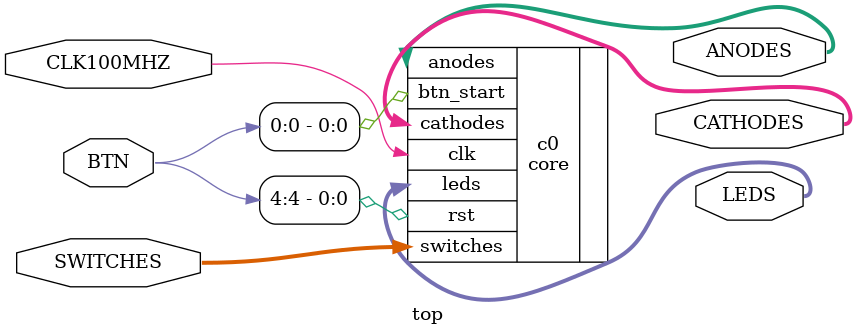
<source format=sv>
module top (
  input  wire         CLK100MHZ,
  input  wire  [ 4:0] BTN,
  input  wire  [15:0] SWITCHES,
  output logic [15:0] LEDS,
  output logic [ 7:0] CATHODES,
  output logic [ 3:0] ANODES
);

  core c0 (
    .clk(CLK100MHZ),
    .rst(BTN[4]),
    .btn_start(BTN[0]),
    .switches(SWITCHES),
    .leds(LEDS),
    .cathodes(CATHODES),
    .anodes(ANODES)
  );

endmodule

</source>
